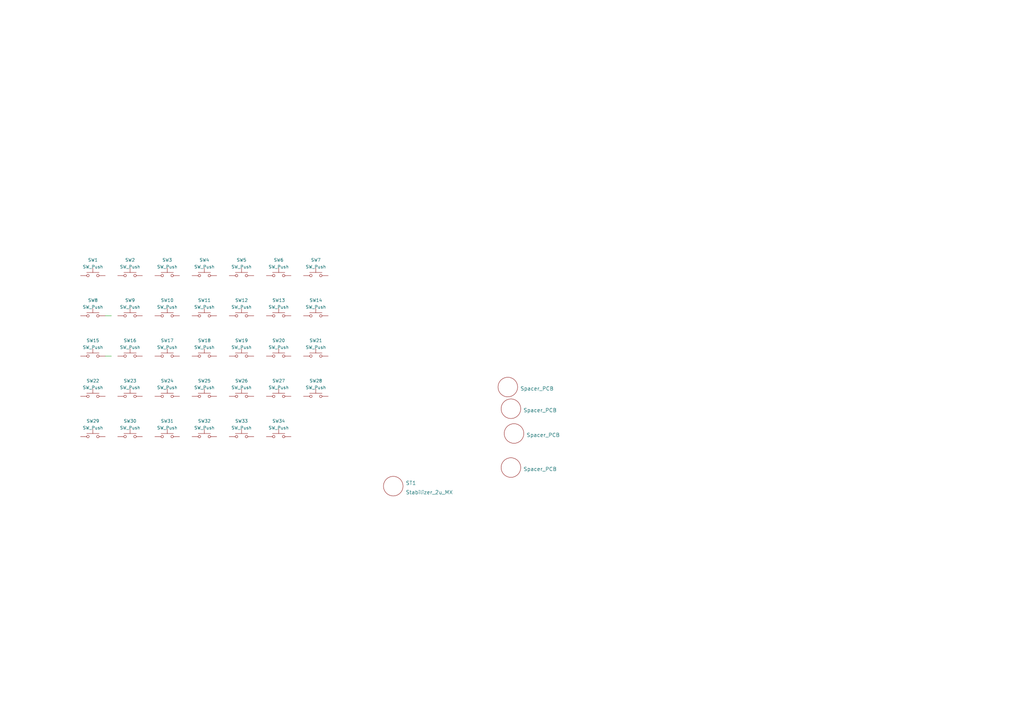
<source format=kicad_sch>
(kicad_sch (version 20211123) (generator eeschema)
  (paper "A3")
  (title_block (title "RefleXion - 65 Front Plate") (date "2022-10-10") (rev "v1.0.0") (company "Tweety's Wild Thinking") (comment 1 "Markus Knutsson <markus.knutsson@tweety.se>") (comment 2 "Concept: Pedro Quaresma <pq@live.ie>") (comment 3 "https://github.com/TweetyDaBird") (comment 4 "Licensed under Creative Commons BY-SA 4.0 International"))
  (lib_symbols
    (symbol "Keyboard Switches:SW_MX_HotSwap_Reversible" (pin_numbers hide) (pin_names (offset 1.016) hide)
      (property "Reference" "SW" (at 1.27 2.54 0))
      (property "Value" "SW_MX_HotSwap_Reversible" (at 0 -1.524 0))
      (symbol "SW_MX_HotSwap_Reversible_0_1"
        (circle (center -2.032 0) (radius 0.508))
        (polyline (pts (xy 0 1.27) (xy 0 3.048)))
        (polyline (pts (xy 2.54 1.27) (xy -2.54 1.27)))
        (circle (center 2.032 0) (radius 0.508))
        (pin passive line (at -5.08 0 0) (length 2.54) (name "1") (number "1"))
        (pin passive line (at 5.08 0 180) (length 2.54) (name "2") (number "2"))
      )
    )
    (symbol "Keyboard Switches:Stabilizer_2u_MX" (pin_names (offset 1.016))
      (property "Reference" "ST1" (at 0 -1.27 0))
      (property "Value" "Stabilizer_2u_MX" (at 0 1.27 0))
      (symbol "Stabilizer_2u_MX_0_1"
        (circle (center 0 0) (radius 4.0132))
      )
    )
    (symbol "Keyboard_Plate:Spacer_PCB" (pin_names (offset 1.016))
      (property "Value" "Spacer_PCB" (at 0 1.27 0))
      (symbol "Spacer_PCB_0_1"
        (circle (center 0 0) (radius 4.0132))
      )
    )
  )
  (wire (pts (xy 43.18 146.05) (xy 45.72 146.05)))
  (wire (pts (xy 43.18 129.54) (xy 45.72 129.54)))
  (symbol (lib_id "Keyboard Switches:SW_MX_HotSwap_Reversible") (at 83.82 162.56 0) (unit 1)
    (property "Reference" "SW25" (at 83.82 156.1805 0))
    (property "Value" "SW_Push" (at 83.82 158.9556 0))
    (property "Footprint" "Keyboard_Plate:SW_MX_Plate_Placeholder" (effects hide))
  )
  (symbol (lib_id "Keyboard Switches:SW_MX_HotSwap_Reversible") (at 53.34 146.05 0) (unit 1)
    (property "Reference" "SW16" (at 53.34 139.6705 0))
    (property "Value" "SW_Push" (at 53.34 142.4456 0))
    (property "Footprint" "Keyboard_Plate:SW_MX_Plate_Placeholder" (effects hide))
  )
  (symbol (lib_id "Keyboard Switches:Stabilizer_2u_MX") (at 161.29 199.39 0) (unit 1)
    (property "Reference" "ST1" (at 166.37 198.12 0) (effects (font (size 1.524 1.524)) (justify left)))
    (property "Value" "Stabilizer_2u_MX" (at 166.37 201.93 0) (effects (font (size 1.524 1.524)) (justify left)))
    (property "Footprint" "Keyboard_Plate:Stabilizer_Cherry_MX_2.00u_PLate" (effects hide))
  )
  (symbol (lib_id "Keyboard Switches:SW_MX_HotSwap_Reversible") (at 68.58 162.56 0) (unit 1)
    (property "Reference" "SW24" (at 68.58 156.1805 0))
    (property "Value" "SW_Push" (at 68.58 158.9556 0))
    (property "Footprint" "Keyboard_Plate:SW_MX_Plate_Placeholder" (effects hide))
  )
  (symbol (lib_id "Keyboard Switches:SW_MX_HotSwap_Reversible") (at 129.54 162.56 0) (unit 1)
    (property "Reference" "SW28" (at 129.54 156.1805 0))
    (property "Value" "SW_Push" (at 129.54 158.9556 0))
    (property "Footprint" "Keyboard_Plate:SW_MX_Plate_Placeholder" (effects hide))
  )
  (symbol (lib_id "Keyboard Switches:SW_MX_HotSwap_Reversible") (at 114.3 146.05 0) (unit 1)
    (property "Reference" "SW20" (at 114.3 139.6705 0))
    (property "Value" "SW_Push" (at 114.3 142.4456 0))
    (property "Footprint" "Keyboard_Plate:SW_MX_Plate_Placeholder" (effects hide))
  )
  (symbol (lib_id "Keyboard Switches:SW_MX_HotSwap_Reversible") (at 38.1 129.54 0) (unit 1)
    (property "Reference" "SW8" (at 38.1 123.1605 0))
    (property "Value" "SW_Push" (at 38.1 125.9356 0))
    (property "Footprint" "Keyboard_Plate:SW_MX_Plate_Placeholder" (effects hide))
  )
  (symbol (lib_id "Keyboard Switches:SW_MX_HotSwap_Reversible") (at 38.1 146.05 0) (unit 1)
    (property "Reference" "SW15" (at 38.1 139.6705 0))
    (property "Value" "SW_Push" (at 38.1 142.4456 0))
    (property "Footprint" "Keyboard_Plate:SW_MX_Plate_Placeholder" (effects hide))
  )
  (symbol (lib_id "Keyboard Switches:SW_MX_HotSwap_Reversible") (at 53.34 113.03 0) (unit 1)
    (property "Reference" "SW2" (at 53.34 106.6505 0))
    (property "Value" "SW_Push" (at 53.34 109.4256 0))
    (property "Footprint" "Keyboard_Plate:SW_MX_Plate_Placeholder" (effects hide))
  )
  (symbol (lib_id "Keyboard Switches:SW_MX_HotSwap_Reversible") (at 83.82 129.54 0) (unit 1)
    (property "Reference" "SW11" (at 83.82 123.1605 0))
    (property "Value" "SW_Push" (at 83.82 125.9356 0))
    (property "Footprint" "Keyboard_Plate:SW_MX_Plate_Placeholder" (effects hide))
  )
  (symbol (lib_id "Keyboard_Plate:Spacer_PCB") (at 209.55 191.77 0) (unit 1)
    (property "Reference" "H1" (effects hide))
    (property "Value" "Spacer_PCB" (at 214.63 192.405 0) (effects (font (size 1.524 1.524)) (justify left)))
    (property "Footprint" "Keyboard_Plate:Spacer Plate hole" (effects hide))
  )
  (symbol (lib_id "Keyboard Switches:SW_MX_HotSwap_Reversible") (at 68.58 179.07 0) (unit 1)
    (property "Reference" "SW31" (at 68.58 172.6905 0))
    (property "Value" "SW_Push" (at 68.58 175.4656 0))
    (property "Footprint" "Keyboard_Plate:SW_MX_Plate_Placeholder" (effects hide))
  )
  (symbol (lib_id "Keyboard_Plate:Spacer_PCB") (at 208.28 158.75 0) (unit 1)
    (property "Reference" "H2" (effects hide))
    (property "Value" "Spacer_PCB" (at 213.36 159.385 0) (effects (font (size 1.524 1.524)) (justify left)))
    (property "Footprint" "Keyboard_Plate:Spacer Plate hole" (effects hide))
  )
  (symbol (lib_id "Keyboard Switches:SW_MX_HotSwap_Reversible") (at 53.34 179.07 0) (unit 1)
    (property "Reference" "SW30" (at 53.34 172.6905 0))
    (property "Value" "SW_Push" (at 53.34 175.4656 0))
    (property "Footprint" "Keyboard_Plate:SW_MX_Plate_Placeholder" (effects hide))
  )
  (symbol (lib_id "Keyboard Switches:SW_MX_HotSwap_Reversible") (at 99.06 129.54 0) (unit 1)
    (property "Reference" "SW12" (at 99.06 123.1605 0))
    (property "Value" "SW_Push" (at 99.06 125.9356 0))
    (property "Footprint" "Keyboard_Plate:SW_MX_Plate_Placeholder" (effects hide))
  )
  (symbol (lib_id "Keyboard Switches:SW_MX_HotSwap_Reversible") (at 83.82 179.07 0) (unit 1)
    (property "Reference" "SW32" (at 83.82 172.6905 0))
    (property "Value" "SW_Push" (at 83.82 175.4656 0))
    (property "Footprint" "Keyboard_Plate:SW_MX_Plate_Placeholder" (effects hide))
  )
  (symbol (lib_id "Keyboard Switches:SW_MX_HotSwap_Reversible") (at 68.58 129.54 0) (unit 1)
    (property "Reference" "SW10" (at 68.58 123.1605 0))
    (property "Value" "SW_Push" (at 68.58 125.9356 0))
    (property "Footprint" "Keyboard_Plate:SW_MX_Plate_Placeholder" (effects hide))
  )
  (symbol (lib_id "Keyboard_Plate:Spacer_PCB") (at 209.55 167.64 0) (unit 1)
    (property "Reference" "H3" (effects hide))
    (property "Value" "Spacer_PCB" (at 214.63 168.275 0) (effects (font (size 1.524 1.524)) (justify left)))
    (property "Footprint" "Keyboard_Plate:Spacer Plate hole" (effects hide))
  )
  (symbol (lib_id "Keyboard Switches:SW_MX_HotSwap_Reversible") (at 114.3 162.56 0) (unit 1)
    (property "Reference" "SW27" (at 114.3 156.1805 0))
    (property "Value" "SW_Push" (at 114.3 158.9556 0))
    (property "Footprint" "Keyboard_Plate:SW_MX_Plate_Placeholder" (effects hide))
  )
  (symbol (lib_id "Keyboard Switches:SW_MX_HotSwap_Reversible") (at 83.82 113.03 0) (unit 1)
    (property "Reference" "SW4" (at 83.82 106.6505 0))
    (property "Value" "SW_Push" (at 83.82 109.4256 0))
    (property "Footprint" "Keyboard_Plate:SW_MX_Plate_Placeholder" (effects hide))
  )
  (symbol (lib_id "Keyboard Switches:SW_MX_HotSwap_Reversible") (at 99.06 146.05 0) (unit 1)
    (property "Reference" "SW19" (at 99.06 139.6705 0))
    (property "Value" "SW_Push" (at 99.06 142.4456 0))
    (property "Footprint" "Keyboard_Plate:SW_MX_Plate_Placeholder" (effects hide))
  )
  (symbol (lib_id "Keyboard Switches:SW_MX_HotSwap_Reversible") (at 129.54 113.03 0) (unit 1)
    (property "Reference" "SW7" (at 129.54 106.6505 0))
    (property "Value" "SW_Push" (at 129.54 109.4256 0))
    (property "Footprint" "Keyboard_Plate:SW_MX_Plate_Placeholder" (effects hide))
  )
  (symbol (lib_id "Keyboard Switches:SW_MX_HotSwap_Reversible") (at 114.3 129.54 0) (unit 1)
    (property "Reference" "SW13" (at 114.3 123.1605 0))
    (property "Value" "SW_Push" (at 114.3 125.9356 0))
    (property "Footprint" "Keyboard_Plate:SW_MX_Plate_Placeholder" (effects hide))
  )
  (symbol (lib_id "Keyboard Switches:SW_MX_HotSwap_Reversible") (at 53.34 162.56 0) (unit 1)
    (property "Reference" "SW23" (at 53.34 156.1805 0))
    (property "Value" "SW_Push" (at 53.34 158.9556 0))
    (property "Footprint" "Keyboard_Plate:SW_MX_Plate_Placeholder" (effects hide))
  )
  (symbol (lib_id "Keyboard Switches:SW_MX_HotSwap_Reversible") (at 53.34 129.54 0) (unit 1)
    (property "Reference" "SW9" (at 53.34 123.1605 0))
    (property "Value" "SW_Push" (at 53.34 125.9356 0))
    (property "Footprint" "Keyboard_Plate:SW_MX_Plate_Placeholder" (effects hide))
  )
  (symbol (lib_id "Keyboard Switches:SW_MX_HotSwap_Reversible") (at 83.82 146.05 0) (unit 1)
    (property "Reference" "SW18" (at 83.82 139.6705 0))
    (property "Value" "SW_Push" (at 83.82 142.4456 0))
    (property "Footprint" "Keyboard_Plate:SW_MX_Plate_Placeholder" (effects hide))
  )
  (symbol (lib_id "Keyboard Switches:SW_MX_HotSwap_Reversible") (at 99.06 179.07 0) (unit 1)
    (property "Reference" "SW33" (at 99.06 172.6905 0))
    (property "Value" "SW_Push" (at 99.06 175.4656 0))
    (property "Footprint" "Keyboard_Plate:SW_MX_Plate_Placeholder" (effects hide))
  )
  (symbol (lib_id "Keyboard_Plate:Spacer_PCB") (at 210.82 177.8 0) (unit 1)
    (property "Reference" "H4" (effects hide))
    (property "Value" "Spacer_PCB" (at 215.9 178.435 0) (effects (font (size 1.524 1.524)) (justify left)))
    (property "Footprint" "Keyboard_Plate:Spacer Plate hole" (effects hide))
  )
  (symbol (lib_id "Keyboard Switches:SW_MX_HotSwap_Reversible") (at 38.1 179.07 0) (unit 1)
    (property "Reference" "SW29" (at 38.1 172.6905 0))
    (property "Value" "SW_Push" (at 38.1 175.4656 0))
    (property "Footprint" "Keyboard_Plate:SW_MX_Plate_Placeholder" (effects hide))
  )
  (symbol (lib_id "Keyboard Switches:SW_MX_HotSwap_Reversible") (at 68.58 146.05 0) (unit 1)
    (property "Reference" "SW17" (at 68.58 139.6705 0))
    (property "Value" "SW_Push" (at 68.58 142.4456 0))
    (property "Footprint" "Keyboard_Plate:SW_MX_Plate_Placeholder" (effects hide))
  )
  (symbol (lib_id "Keyboard Switches:SW_MX_HotSwap_Reversible") (at 99.06 113.03 0) (unit 1)
    (property "Reference" "SW5" (at 99.06 106.6505 0))
    (property "Value" "SW_Push" (at 99.06 109.4256 0))
    (property "Footprint" "Keyboard_Plate:SW_MX_Plate_Placeholder" (effects hide))
  )
  (symbol (lib_id "Keyboard Switches:SW_MX_HotSwap_Reversible") (at 68.58 113.03 0) (unit 1)
    (property "Reference" "SW3" (at 68.58 106.6505 0))
    (property "Value" "SW_Push" (at 68.58 109.4256 0))
    (property "Footprint" "Keyboard_Plate:SW_MX_Plate_Placeholder" (effects hide))
  )
  (symbol (lib_id "Keyboard Switches:SW_MX_HotSwap_Reversible") (at 38.1 113.03 0) (unit 1)
    (property "Reference" "SW1" (at 38.1 106.6505 0))
    (property "Value" "SW_Push" (at 38.1 109.4256 0))
    (property "Footprint" "Keyboard_Plate:SW_MX_Plate_Placeholder" (effects hide))
  )
  (symbol (lib_id "Keyboard Switches:SW_MX_HotSwap_Reversible") (at 114.3 113.03 0) (unit 1)
    (property "Reference" "SW6" (at 114.3 106.6505 0))
    (property "Value" "SW_Push" (at 114.3 109.4256 0))
    (property "Footprint" "Keyboard_Plate:SW_MX_Plate_Placeholder" (effects hide))
  )
  (symbol (lib_id "Keyboard Switches:SW_MX_HotSwap_Reversible") (at 114.3 179.07 0) (unit 1)
    (property "Reference" "SW34" (at 114.3 172.6905 0))
    (property "Value" "SW_Push" (at 114.3 175.4656 0))
    (property "Footprint" "Keyboard_Plate:SW_MX_Plate_Placeholder" (effects hide))
  )
  (symbol (lib_id "Keyboard Switches:SW_MX_HotSwap_Reversible") (at 129.54 129.54 0) (unit 1)
    (property "Reference" "SW14" (at 129.54 123.1605 0))
    (property "Value" "SW_Push" (at 129.54 125.9356 0))
    (property "Footprint" "Keyboard_Plate:SW_MX_Plate_Placeholder" (effects hide))
  )
  (symbol (lib_id "Keyboard Switches:SW_MX_HotSwap_Reversible") (at 99.06 162.56 0) (unit 1)
    (property "Reference" "SW26" (at 99.06 156.1805 0))
    (property "Value" "SW_Push" (at 99.06 158.9556 0))
    (property "Footprint" "Keyboard_Plate:SW_MX_Plate_Placeholder" (effects hide))
  )
  (symbol (lib_id "Keyboard Switches:SW_MX_HotSwap_Reversible") (at 38.1 162.56 0) (unit 1)
    (property "Reference" "SW22" (at 38.1 156.1805 0))
    (property "Value" "SW_Push" (at 38.1 158.9556 0))
    (property "Footprint" "Keyboard_Plate:SW_MX_Plate_Placeholder" (effects hide))
  )
  (symbol (lib_id "Keyboard Switches:SW_MX_HotSwap_Reversible") (at 129.54 146.05 0) (unit 1)
    (property "Reference" "SW21" (at 129.54 139.6705 0))
    (property "Value" "SW_Push" (at 129.54 142.4456 0))
    (property "Footprint" "Keyboard_Plate:SW_MX_Plate_Placeholder" (effects hide))
  )
)
</source>
